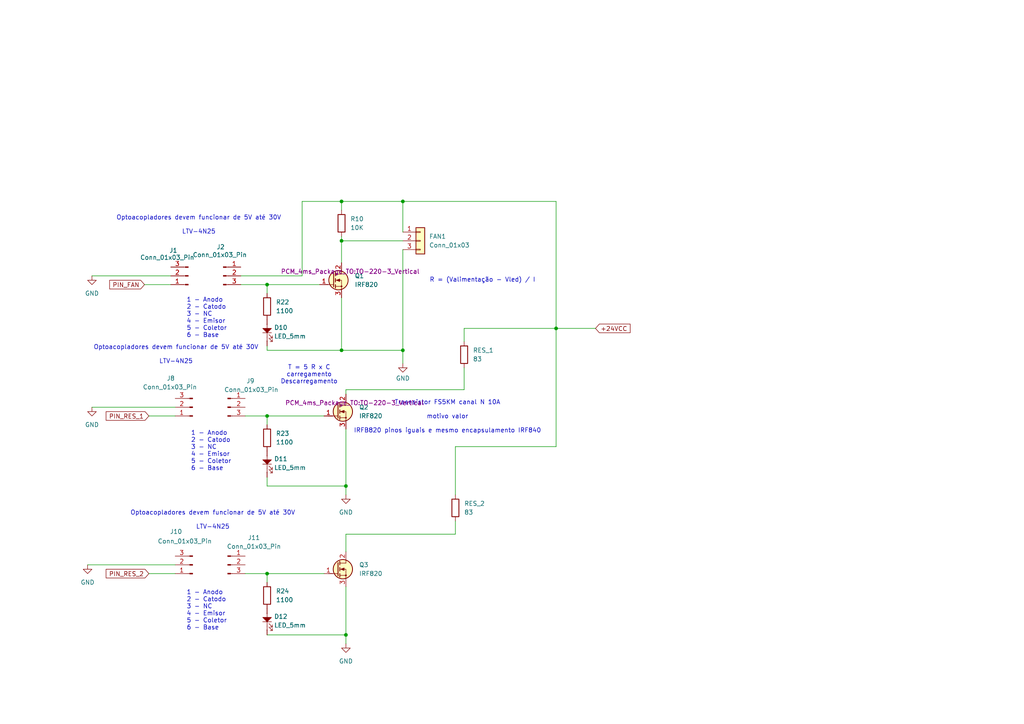
<source format=kicad_sch>
(kicad_sch (version 20231120) (generator "eeschema") (generator_version "8.0")
  (paper "A4")
  (title_block (title "Circuito de potencia") (date "2024-03-18") (company "Alex Thomas Valmorbida"))
  (lib_symbols
    (symbol "Connector:Conn_01x03_Pin" (pin_names (offset 1.016) hide)
      (property "Reference" "J" (at 0 5.08 0))
      (property "Value" "Conn_01x03_Pin" (at 0 -5.08 0))
      (symbol "Conn_01x03_Pin_1_1"
        (polyline (pts (xy 1.27 -2.54) (xy 0.8636 -2.54)) (stroke (width 0.1524)))
        (polyline (pts (xy 1.27 0) (xy 0.8636 0)) (stroke (width 0.1524)))
        (polyline (pts (xy 1.27 2.54) (xy 0.8636 2.54)) (stroke (width 0.1524)))
        (rectangle (start 0.8636 -2.413) (end 0 -2.667) (stroke (width 0.1524)) (fill (type outline)))
        (rectangle (start 0.8636 0.127) (end 0 -0.127) (stroke (width 0.1524)) (fill (type outline)))
        (rectangle (start 0.8636 2.667) (end 0 2.413) (stroke (width 0.1524)) (fill (type outline)))
        (pin passive line (at 5.08 2.54 180) (length 3.81) (name "Pin_1") (number "1"))
        (pin passive line (at 5.08 0 180) (length 3.81) (name "Pin_2") (number "2"))
        (pin passive line (at 5.08 -2.54 180) (length 3.81) (name "Pin_3") (number "3"))
      )
    )
    (symbol "Connector_Generic:Conn_01x03" (pin_names (offset 1.016) hide)
      (property "Reference" "J" (at 0 5.08 0))
      (property "Value" "Conn_01x03" (at 0 -5.08 0))
      (symbol "Conn_01x03_1_1"
        (rectangle (start -1.27 -2.413) (end 0 -2.667) (stroke (width 0.1524)))
        (rectangle (start -1.27 0.127) (end 0 -0.127) (stroke (width 0.1524)))
        (rectangle (start -1.27 2.667) (end 0 2.413) (stroke (width 0.1524)))
        (rectangle (start -1.27 3.81) (end 1.27 -3.81) (stroke (width 0.254)) (fill (type background)))
        (pin passive line (at -5.08 2.54 0) (length 3.81) (name "Pin_1") (number "1"))
        (pin passive line (at -5.08 0 0) (length 3.81) (name "Pin_2") (number "2"))
        (pin passive line (at -5.08 -2.54 0) (length 3.81) (name "Pin_3") (number "3"))
      )
    )
    (symbol "Device:R" (pin_numbers hide) (pin_names (offset 0))
      (property "Reference" "R" (at 2.032 0 90))
      (property "Value" "R" (at 0 0 90))
      (symbol "R_0_1"
        (rectangle (start -1.016 -2.54) (end 1.016 2.54) (stroke (width 0.254)))
      )
      (symbol "R_1_1"
        (pin passive line (at 0 3.81 270) (length 1.27) (name "~") (number "1"))
        (pin passive line (at 0 -3.81 90) (length 1.27) (name "~") (number "2"))
      )
    )
    (symbol "PCM_Resistor_AKL:R_0603" (pin_numbers hide) (pin_names (offset 0))
      (property "Reference" "R" (at 2.54 1.27 0))
      (property "Value" "R_0603" (at 2.54 -1.27 0))
      (symbol "R_0603_0_1"
        (rectangle (start -1.016 -2.54) (end 1.016 2.54) (stroke (width 0.254)))
      )
      (symbol "R_0603_1_1"
        (pin passive line (at 0 3.81 270) (length 1.27) (name "~") (number "1"))
        (pin passive line (at 0 -3.81 90) (length 1.27) (name "~") (number "2"))
      )
    )
    (symbol "PCM_SL_Devices:LED_5mm"
      (property "Reference" "D" (at -0.508 5.334 0))
      (property "Value" "LED_5mm" (at -0.508 2.794 0))
      (symbol "LED_5mm_0_1"
        (polyline (pts (xy -1.27 0) (xy -2.54 0)))
        (polyline (pts (xy 0 1.27) (xy 0 -1.27)))
        (polyline (pts (xy 0.508 0.508) (xy 1.524 1.524)))
        (polyline (pts (xy 1.27 0) (xy 2.54 0)))
        (polyline (pts (xy 1.524 0.508) (xy 2.54 1.524)))
        (polyline (pts (xy 1.524 1.524) (xy 0.889 1.524)))
        (polyline (pts (xy 1.524 1.524) (xy 1.524 0.889)))
        (polyline (pts (xy 2.54 1.524) (xy 1.905 1.524)))
        (polyline (pts (xy 2.54 1.524) (xy 2.54 0.889)))
        (polyline (pts (xy 0 0) (xy -1.27 -1.27) (xy -1.27 1.27) (xy 0 0) (xy 1.27 0)) (fill (type outline)))
      )
      (symbol "LED_5mm_1_1"
        (pin passive line (at 3.81 0 180) (length 1.5) (name "~") (number "1"))
        (pin passive line (at -3.81 0 0) (length 1.5) (name "") (number "2"))
      )
    )
    (symbol "PCM_Transistor_MOSFET_AKL:IRF820" (pin_names hide)
      (property "Reference" "Q" (at 5.08 1.27 0))
      (property "Value" "IRF820" (at 5.08 -1.27 0))
      (symbol "IRF820_0_1"
        (polyline (pts (xy 0.254 -1.27) (xy -2.54 -1.27)))
        (polyline (pts (xy 0.254 1.905) (xy 0.254 -1.905)) (stroke (width 0.254)))
        (polyline (pts (xy 0.762 -1.778) (xy 2.54 -1.778)))
        (polyline (pts (xy 0.762 -1.27) (xy 0.762 -2.286)) (stroke (width 0.254)))
        (polyline (pts (xy 0.762 0.508) (xy 0.762 -0.508)) (stroke (width 0.254)))
        (polyline (pts (xy 0.762 2.286) (xy 0.762 1.27)) (stroke (width 0.254)))
        (polyline (pts (xy 2.54 1.778) (xy 0.762 1.778)))
        (polyline (pts (xy 2.54 2.54) (xy 2.54 1.778)))
        (polyline (pts (xy 2.54 -2.54) (xy 2.54 0) (xy 0.762 0)))
        (polyline (pts (xy 1.016 0) (xy 2.032 0.381) (xy 2.032 -0.381) (xy 1.016 0)) (fill (type outline)))
        (circle (center 1.651 0) (radius 2.794) (stroke (width 0.254)) (fill (type background)))
        (circle (center 2.54 -1.778) (radius 0.1778) (fill (type outline)))
      )
      (symbol "IRF820_1_1"
        (pin input line (at -3.81 -1.27 0) (length 2.54) (name "G") (number "1"))
        (pin passive line (at 2.54 5.08 270) (length 2.54) (name "D") (number "2"))
        (pin passive line (at 2.54 -5.08 90) (length 2.54) (name "S") (number "3"))
      )
    )
    (symbol "power:GND" (power) (pin_names (offset 0))
      (property "Value" "GND" (at 0 -3.81 0))
      (symbol "GND_0_1"
        (polyline (pts (xy 0 0) (xy 0 -1.27) (xy 1.27 -1.27) (xy 0 -2.54) (xy -1.27 -1.27) (xy 0 -1.27)))
      )
      (symbol "GND_1_1"
        (pin power_in line (at 0 0 270) (length 0) hide (name "GND") (number "1"))
      )
    )
  )
  (junction (at 100.33 184.15))
  (junction (at 77.47 120.65))
  (junction (at 99.06 58.42))
  (junction (at 161.29 95.25))
  (junction (at 77.47 82.55))
  (junction (at 99.06 101.6))
  (junction (at 99.06 69.85))
  (junction (at 77.47 166.37))
  (junction (at 116.84 58.42))
  (junction (at 116.84 101.6))
  (junction (at 100.33 140.97))
  (wire (pts (xy 87.63 58.42) (xy 87.63 80.01)))
  (wire (pts (xy 87.63 58.42) (xy 99.06 58.42)))
  (wire (pts (xy 77.47 120.65) (xy 93.98 120.65)))
  (wire (pts (xy 100.33 140.97) (xy 100.33 143.51)))
  (wire (pts (xy 77.47 101.6) (xy 99.06 101.6)))
  (wire (pts (xy 100.33 124.46) (xy 100.33 140.97)))
  (wire (pts (xy 132.08 129.54) (xy 161.29 129.54)))
  (wire (pts (xy 77.47 120.65) (xy 77.47 123.19)))
  (wire (pts (xy 99.06 58.42) (xy 99.06 60.96)))
  (wire (pts (xy 99.06 101.6) (xy 116.84 101.6)))
  (wire (pts (xy 100.33 113.03) (xy 100.33 114.3)))
  (wire (pts (xy 116.84 72.39) (xy 116.84 101.6)))
  (wire (pts (xy 132.08 143.51) (xy 132.08 129.54)))
  (wire (pts (xy 25.4 163.83) (xy 50.8 163.83)))
  (wire (pts (xy 43.18 166.37) (xy 50.8 166.37)))
  (wire (pts (xy 77.47 138.43) (xy 77.47 140.97)))
  (wire (pts (xy 100.33 184.15) (xy 100.33 186.69)))
  (wire (pts (xy 134.62 113.03) (xy 100.33 113.03)))
  (wire (pts (xy 100.33 154.94) (xy 100.33 160.02)))
  (wire (pts (xy 134.62 95.25) (xy 161.29 95.25)))
  (wire (pts (xy 77.47 100.33) (xy 77.47 101.6)))
  (wire (pts (xy 161.29 95.25) (xy 161.29 58.42)))
  (wire (pts (xy 77.47 82.55) (xy 92.71 82.55)))
  (wire (pts (xy 134.62 106.68) (xy 134.62 113.03)))
  (wire (pts (xy 100.33 170.18) (xy 100.33 184.15)))
  (wire (pts (xy 43.18 120.65) (xy 50.8 120.65)))
  (wire (pts (xy 116.84 105.41) (xy 116.84 101.6)))
  (wire (pts (xy 99.06 69.85) (xy 99.06 76.2)))
  (wire (pts (xy 69.85 80.01) (xy 87.63 80.01)))
  (wire (pts (xy 71.12 120.65) (xy 77.47 120.65)))
  (wire (pts (xy 77.47 166.37) (xy 93.98 166.37)))
  (wire (pts (xy 71.12 166.37) (xy 77.47 166.37)))
  (wire (pts (xy 77.47 82.55) (xy 77.47 85.09)))
  (wire (pts (xy 99.06 86.36) (xy 99.06 101.6)))
  (wire (pts (xy 99.06 68.58) (xy 99.06 69.85)))
  (wire (pts (xy 77.47 166.37) (xy 77.47 168.91)))
  (wire (pts (xy 41.91 82.55) (xy 49.53 82.55)))
  (wire (pts (xy 116.84 58.42) (xy 116.84 67.31)))
  (wire (pts (xy 161.29 129.54) (xy 161.29 95.25)))
  (wire (pts (xy 132.08 154.94) (xy 100.33 154.94)))
  (wire (pts (xy 26.67 118.11) (xy 50.8 118.11)))
  (wire (pts (xy 99.06 58.42) (xy 116.84 58.42)))
  (wire (pts (xy 172.72 95.25) (xy 161.29 95.25)))
  (wire (pts (xy 69.85 82.55) (xy 77.47 82.55)))
  (wire (pts (xy 77.47 140.97) (xy 100.33 140.97)))
  (wire (pts (xy 77.47 184.15) (xy 100.33 184.15)))
  (wire (pts (xy 161.29 58.42) (xy 116.84 58.42)))
  (wire (pts (xy 99.06 69.85) (xy 116.84 69.85)))
  (wire (pts (xy 134.62 99.06) (xy 134.62 95.25)))
  (wire (pts (xy 132.08 151.13) (xy 132.08 154.94)))
  (wire (pts (xy 26.67 80.01) (xy 49.53 80.01)))
  (text "T = 5 R x C\ncarregamento\nDescarregamento" (at 89.662 108.712 0) (effects (font (size 1.27 1.27))))
  (text "Optoacopladores devem funcionar de 5V até 30V\n\nLTV-4N25" (at 51.054 102.87 0) (effects (font (size 1.27 1.27))))
  (text "1 - Anodo\n2 - Catodo\n3 - NC\n4 - Emisor\n5 - Coletor\n6 - Base" (at 54.102 177.038 0) (effects (font (size 1.27 1.27)) (justify left)))
  (text "1 - Anodo\n2 - Catodo\n3 - NC\n4 - Emisor\n5 - Coletor\n6 - Base" (at 55.372 130.81 0) (effects (font (size 1.27 1.27)) (justify left)))
  (text "Optoacopladores devem funcionar de 5V até 30V\n\nLTV-4N25" (at 61.722 150.876 0) (effects (font (size 1.27 1.27))))
  (text "Trasnsistor FS5KM canal N 10A\n\nmotivo valor\n\nIRFB820 pinos iguais e mesmo encapsulamento IRF840\n" (at 129.794 120.904 0) (effects (font (size 1.27 1.27))))
  (text "Optoacopladores devem funcionar de 5V até 30V\n\nLTV-4N25" (at 57.658 65.278 0) (effects (font (size 1.27 1.27))))
  (text "R = (Valimentação - Vled) / I\n" (at 139.954 81.28 0) (effects (font (size 1.27 1.27))))
  (text "1 - Anodo\n2 - Catodo\n3 - NC\n4 - Emisor\n5 - Coletor\n6 - Base" (at 54.102 92.202 0) (effects (font (size 1.27 1.27)) (justify left)))
  (global_label "PIN_RES_1" (shape input) (at 43.18 120.65 180) (property "Intersheetrefs" "${INTERSHEET_REFS}" (effects (hide yes))) (property "Referências entre as folhas" "${INTERSHEET_REFS}" (effects (hide yes))))
  (global_label "PIN_RES_2" (shape input) (at 43.18 166.37 180) (property "Intersheetrefs" "${INTERSHEET_REFS}" (effects (hide yes))) (property "Referências entre as folhas" "${INTERSHEET_REFS}" (effects (hide yes))))
  (global_label "+24VCC" (shape input) (at 172.72 95.25 0) (property "Intersheetrefs" "${INTERSHEET_REFS}" (effects (hide yes))) (property "Referências entre as folhas" "${INTERSHEET_REFS}" (effects (hide yes))))
  (global_label "PIN_FAN" (shape input) (at 41.91 82.55 180) (property "Intersheetrefs" "${INTERSHEET_REFS}" (effects (hide yes))) (property "Referências entre as folhas" "${INTERSHEET_REFS}" (effects (hide yes))))
  (symbol (lib_id "Connector_Generic:Conn_01x03") (at 121.92 69.85 0) (unit 1)
    (property "Reference" "FAN1" (at 124.46 68.5799 0) (effects (justify left)))
    (property "Value" "Conn_01x03" (at 124.46 71.1199 0) (effects (justify left)))
    (property "Footprint" "PCM_4ms_Package_TO:TO-220-3_Vertical" (effects (hide yes)))
  )
  (symbol (lib_id "PCM_SL_Devices:LED_5mm") (at 77.47 134.62 270) (unit 1)
    (property "Reference" "D11" (at 79.502 133.096 90) (effects (justify left)))
    (property "Value" "LED_5mm" (at 79.502 135.636 90) (effects (justify left)))
    (property "Footprint" "LED_THT:LED_D5.0mm" (effects (hide yes)))
    (property "Description" "Common 5mm diameter LED" (effects (hide yes)))
  )
  (symbol (lib_id "Device:R") (at 77.47 88.9 180) (unit 1)
    (property "Reference" "R22" (at 80.01 87.6299 0) (effects (justify right)))
    (property "Value" "1100" (at 80.01 90.1699 0) (effects (justify right)))
    (property "Footprint" "PCM_Resistor_THT_AKL:R_Axial_DIN0204_L3.6mm_D1.6mm_P12.70mm_Horizontal" (effects (hide yes)))
    (property "Description" "Resistor" (effects (hide yes)))
  )
  (symbol (lib_id "PCM_SL_Devices:LED_5mm") (at 77.47 180.34 270) (unit 1)
    (property "Reference" "D12" (at 79.502 178.816 90) (effects (justify left)))
    (property "Value" "LED_5mm" (at 79.502 181.356 90) (effects (justify left)))
    (property "Footprint" "LED_THT:LED_D5.0mm" (effects (hide yes)))
    (property "Description" "Common 5mm diameter LED" (effects (hide yes)))
  )
  (symbol (lib_id "Connector:Conn_01x03_Pin") (at 66.04 163.83 0) (unit 1)
    (property "Reference" "J11" (at 73.66 155.956 0))
    (property "Value" "Conn_01x03_Pin" (at 73.66 158.496 0))
    (property "Footprint" "Connector_PinHeader_2.54mm:PinHeader_1x03_P2.54mm_Vertical" (effects (hide yes)))
    (property "Description" "Generic connector, single row, 01x03, script generated" (effects (hide yes)))
  )
  (symbol (lib_id "Device:R") (at 134.62 102.87 0) (unit 1)
    (property "Reference" "RES_1" (at 137.16 101.5999 0) (effects (justify left)))
    (property "Value" "83" (at 137.16 104.1399 0) (effects (justify left)))
    (property "Footprint" "PCM_Resistor_THT_AKL_Double:R_Axial_Power_L60.0mm_W14.0mm_P66.04mm" (effects (hide yes)))
    (property "Description" "Resistor" (effects (hide yes)))
  )
  (symbol (lib_id "power:GND") (at 26.67 80.01 0) (unit 1)
    (property "Reference" "#PWR08" (effects (hide yes)))
    (property "Value" "GND" (at 26.67 85.09 0))
    (property "Description" "Power symbol creates a global label with name \"GND\" , ground" (effects (hide yes)))
  )
  (symbol (lib_id "Connector:Conn_01x03_Pin") (at 55.88 163.83 180) (unit 1)
    (property "Reference" "J10" (at 51.054 154.178 0))
    (property "Value" "Conn_01x03_Pin" (at 53.594 156.972 0))
    (property "Footprint" "Connector_PinHeader_2.54mm:PinHeader_1x03_P2.54mm_Vertical" (effects (hide yes)))
    (property "Description" "Generic connector, single row, 01x03, script generated" (effects (hide yes)))
  )
  (symbol (lib_id "power:GND") (at 116.84 105.41 0) (unit 1)
    (property "Reference" "#PWR07" (effects (hide yes)))
    (property "Value" "GND" (at 116.84 109.728 0))
    (property "Description" "Power symbol creates a global label with name \"GND\" , ground" (effects (hide yes)))
  )
  (symbol (lib_id "power:GND") (at 25.4 163.83 0) (unit 1)
    (property "Reference" "#PWR010" (effects (hide yes)))
    (property "Value" "GND" (at 25.4 168.91 0))
    (property "Description" "Power symbol creates a global label with name \"GND\" , ground" (effects (hide yes)))
  )
  (symbol (lib_id "Device:R") (at 77.47 127 180) (unit 1)
    (property "Reference" "R23" (at 80.01 125.7299 0) (effects (justify right)))
    (property "Value" "1100" (at 80.01 128.2699 0) (effects (justify right)))
    (property "Footprint" "PCM_Resistor_THT_AKL:R_Axial_DIN0204_L3.6mm_D1.6mm_P12.70mm_Horizontal" (effects (hide yes)))
    (property "Description" "Resistor" (effects (hide yes)))
  )
  (symbol (lib_id "Device:R") (at 77.47 172.72 180) (unit 1)
    (property "Reference" "R24" (at 80.01 171.4499 0) (effects (justify right)))
    (property "Value" "1100" (at 80.01 173.9899 0) (effects (justify right)))
    (property "Footprint" "PCM_Resistor_THT_AKL:R_Axial_DIN0204_L3.6mm_D1.6mm_P12.70mm_Horizontal" (effects (hide yes)))
    (property "Description" "Resistor" (effects (hide yes)))
  )
  (symbol (lib_id "Connector:Conn_01x03_Pin") (at 55.88 118.11 180) (unit 1)
    (property "Reference" "J8" (at 49.53 109.728 0))
    (property "Value" "Conn_01x03_Pin" (at 49.276 112.268 0))
    (property "Footprint" "Connector_PinHeader_2.54mm:PinHeader_1x03_P2.54mm_Vertical" (effects (hide yes)))
    (property "Description" "Generic connector, single row, 01x03, script generated" (effects (hide yes)))
  )
  (symbol (lib_id "Device:R") (at 132.08 147.32 0) (unit 1)
    (property "Reference" "RES_2" (at 134.62 146.0499 0) (effects (justify left)))
    (property "Value" "83" (at 134.62 148.5899 0) (effects (justify left)))
    (property "Footprint" "PCM_Resistor_THT_AKL_Double:R_Axial_Power_L60.0mm_W14.0mm_P66.04mm" (effects (hide yes)))
    (property "Description" "Resistor" (effects (hide yes)))
  )
  (symbol (lib_id "power:GND") (at 26.67 118.11 0) (unit 1)
    (property "Reference" "#PWR09" (effects (hide yes)))
    (property "Value" "GND" (at 26.67 123.19 0))
    (property "Description" "Power symbol creates a global label with name \"GND\" , ground" (effects (hide yes)))
  )
  (symbol (lib_id "Connector:Conn_01x03_Pin") (at 54.61 80.01 180) (unit 1)
    (property "Reference" "J1" (at 50.292 72.644 0))
    (property "Value" "Conn_01x03_Pin" (at 48.514 74.676 0))
    (property "Footprint" "Connector_PinHeader_2.54mm:PinHeader_1x03_P2.54mm_Vertical" (effects (hide yes)))
    (property "Description" "Generic connector, single row, 01x03, script generated" (effects (hide yes)))
  )
  (symbol (lib_id "PCM_Transistor_MOSFET_AKL:IRF820") (at 97.79 119.38 0) (unit 1)
    (property "Reference" "Q2" (at 104.14 118.1099 0) (effects (justify left)))
    (property "Value" "IRF820" (at 104.14 120.6499 0) (effects (justify left)))
    (property "Footprint" "PCM_4ms_Package_TO:TO-220-3_Vertical" (at 102.87 116.84 0))
    (property "Datasheet" "https://www.tme.eu/Document/29a1ef9b175d0a9679190257dd0ac61d/IRF820PBF.pdf" (effects (hide yes)))
    (property "Description" "TO-220 N-MOSFET enchancement mode transistor, 500V, 2.5A, 50W, Alternate KiCAD Library" (effects (hide yes)))
  )
  (symbol (lib_id "PCM_Resistor_AKL:R_0603") (at 99.06 64.77 0) (unit 1)
    (property "Reference" "R10" (at 101.6 63.4999 0) (effects (justify left)))
    (property "Value" "10K" (at 101.6 66.0399 0) (effects (justify left)))
    (property "Footprint" "PCM_Resistor_THT_AKL:R_Axial_DIN0204_L3.6mm_D1.6mm_P7.62mm_Horizontal" (effects (hide yes)))
    (property "Description" "SMD 0603 Chip Resistor, European Symbol, Alternate KiCad Library" (effects (hide yes)))
  )
  (symbol (lib_id "PCM_Transistor_MOSFET_AKL:IRF820") (at 96.52 81.28 0) (unit 1)
    (property "Reference" "Q1" (at 102.87 80.0099 0) (effects (justify left)))
    (property "Value" "IRF820" (at 102.87 82.5499 0) (effects (justify left)))
    (property "Footprint" "PCM_4ms_Package_TO:TO-220-3_Vertical" (at 101.6 78.74 0))
    (property "Datasheet" "https://www.tme.eu/Document/29a1ef9b175d0a9679190257dd0ac61d/IRF820PBF.pdf" (effects (hide yes)))
    (property "Description" "TO-220 N-MOSFET enchancement mode transistor, 500V, 2.5A, 50W, Alternate KiCAD Library" (effects (hide yes)))
  )
  (symbol (lib_id "power:GND") (at 100.33 186.69 0) (unit 1)
    (property "Reference" "#PWR021" (effects (hide yes)))
    (property "Value" "GND" (at 100.33 191.77 0))
    (property "Description" "Power symbol creates a global label with name \"GND\" , ground" (effects (hide yes)))
  )
  (symbol (lib_id "PCM_SL_Devices:LED_5mm") (at 77.47 96.52 270) (unit 1)
    (property "Reference" "D10" (at 79.502 94.996 90) (effects (justify left)))
    (property "Value" "LED_5mm" (at 79.502 97.536 90) (effects (justify left)))
    (property "Footprint" "LED_THT:LED_D5.0mm" (effects (hide yes)))
    (property "Description" "Common 5mm diameter LED" (effects (hide yes)))
  )
  (symbol (lib_id "Connector:Conn_01x03_Pin") (at 66.04 118.11 0) (unit 1)
    (property "Reference" "J9" (at 72.644 110.49 0))
    (property "Value" "Conn_01x03_Pin" (at 72.898 113.03 0))
    (property "Footprint" "Connector_PinHeader_2.54mm:PinHeader_1x03_P2.54mm_Vertical" (effects (hide yes)))
    (property "Description" "Generic connector, single row, 01x03, script generated" (effects (hide yes)))
  )
  (symbol (lib_id "Connector:Conn_01x03_Pin") (at 64.77 80.01 0) (unit 1)
    (property "Reference" "J2" (at 64.008 71.628 0))
    (property "Value" "Conn_01x03_Pin" (at 63.754 73.914 0))
    (property "Footprint" "Connector_PinHeader_2.54mm:PinHeader_1x03_P2.54mm_Vertical" (effects (hide yes)))
    (property "Description" "Generic connector, single row, 01x03, script generated" (effects (hide yes)))
  )
  (symbol (lib_id "power:GND") (at 100.33 143.51 0) (unit 1)
    (property "Reference" "#PWR011" (effects (hide yes)))
    (property "Value" "GND" (at 100.33 148.59 0))
    (property "Description" "Power symbol creates a global label with name \"GND\" , ground" (effects (hide yes)))
  )
  (symbol (lib_id "PCM_Transistor_MOSFET_AKL:IRF820") (at 97.79 165.1 0) (unit 1)
    (property "Reference" "Q3" (at 104.14 163.8299 0) (effects (justify left)))
    (property "Value" "IRF820" (at 104.14 166.3699 0) (effects (justify left)))
    (property "Footprint" "PCM_4ms_Package_TO:TO-220-3_Vertical" (effects (hide yes)))
    (property "Datasheet" "https://www.tme.eu/Document/29a1ef9b175d0a9679190257dd0ac61d/IRF820PBF.pdf" (effects (hide yes)))
    (property "Description" "TO-220 N-MOSFET enchancement mode transistor, 500V, 2.5A, 50W, Alternate KiCAD Library" (effects (hide yes)))
  )
)
</source>
